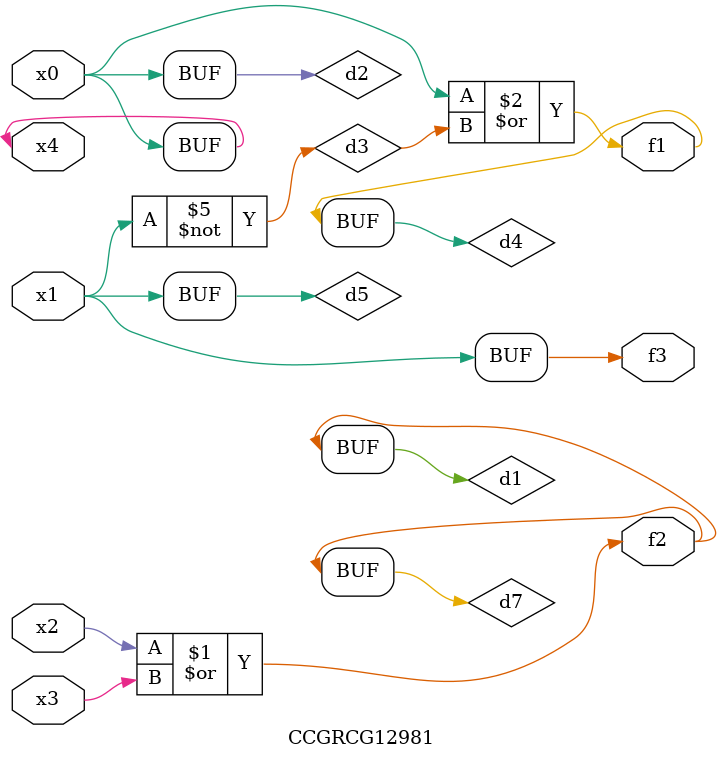
<source format=v>
module CCGRCG12981(
	input x0, x1, x2, x3, x4,
	output f1, f2, f3
);

	wire d1, d2, d3, d4, d5, d6, d7;

	or (d1, x2, x3);
	buf (d2, x0, x4);
	not (d3, x1);
	or (d4, d2, d3);
	not (d5, d3);
	nand (d6, d1, d3);
	or (d7, d1);
	assign f1 = d4;
	assign f2 = d7;
	assign f3 = d5;
endmodule

</source>
